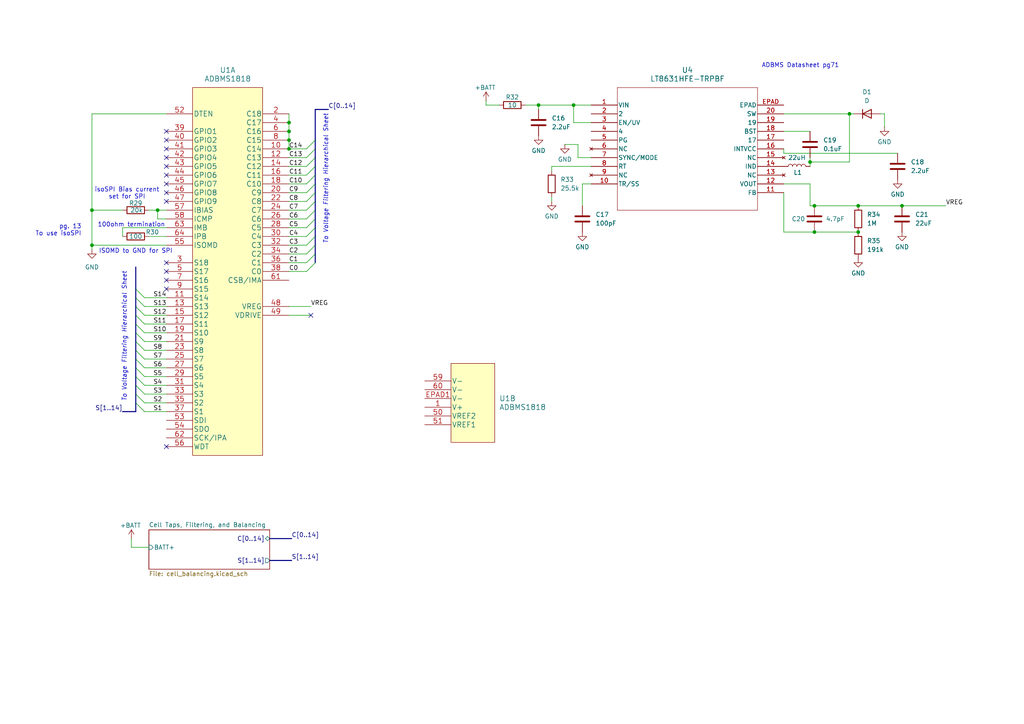
<source format=kicad_sch>
(kicad_sch (version 20250114) (generator "eeschema") (generator_version "9.0")
  (paper "A4")
  (lib_symbols
    (symbol "Device:C" (pin_numbers (hide yes)) (pin_names (offset 0.254))
      (property "Reference" "C" (at 0.635 2.54 0))
      (property "Value" "C" (at 0.635 -2.54 0))
      (symbol "C_0_1"
        (polyline (pts (xy -2.032 0.762) (xy 2.032 0.762)) (stroke (width 0.508)))
        (polyline (pts (xy -2.032 -0.762) (xy 2.032 -0.762)) (stroke (width 0.508)))
      )
      (symbol "C_1_1"
        (pin passive line (at 0 3.81 270) (length 2.794) (name "~") (number "1"))
        (pin passive line (at 0 -3.81 90) (length 2.794) (name "~") (number "2"))
      )
    )
    (symbol "Device:D" (pin_numbers (hide yes)) (pin_names (offset 1.016) (hide yes))
      (property "Reference" "D" (at 0 2.54 0))
      (property "Value" "D" (at 0 -2.54 0))
      (symbol "D_0_1"
        (polyline (pts (xy -1.27 1.27) (xy -1.27 -1.27)) (stroke (width 0.254)))
        (polyline (pts (xy 1.27 1.27) (xy 1.27 -1.27) (xy -1.27 0) (xy 1.27 1.27)) (stroke (width 0.254)))
        (polyline (pts (xy 1.27 0) (xy -1.27 0)))
      )
      (symbol "D_1_1"
        (pin passive line (at -3.81 0 0) (length 2.54) (name "K") (number "1"))
        (pin passive line (at 3.81 0 180) (length 2.54) (name "A") (number "2"))
      )
    )
    (symbol "Device:L" (pin_numbers (hide yes)) (pin_names (offset 1.016) (hide yes))
      (property "Reference" "L" (at -1.27 0 90))
      (property "Value" "L" (at 1.905 0 90))
      (symbol "L_0_1"
        (arc (start 0 2.54) (mid 0.6323 1.905) (end 0 1.27))
        (arc (start 0 1.27) (mid 0.6323 0.635) (end 0 0))
        (arc (start 0 0) (mid 0.6323 -0.635) (end 0 -1.27))
        (arc (start 0 -1.27) (mid 0.6323 -1.905) (end 0 -2.54))
      )
      (symbol "L_1_1"
        (pin passive line (at 0 3.81 270) (length 1.27) (name "1") (number "1"))
        (pin passive line (at 0 -3.81 90) (length 1.27) (name "2") (number "2"))
      )
    )
    (symbol "Device:R" (pin_numbers (hide yes)) (pin_names (offset 0))
      (property "Reference" "R" (at 2.032 0 90))
      (property "Value" "R" (at 0 0 90))
      (symbol "R_0_1"
        (rectangle (start -1.016 -2.54) (end 1.016 2.54) (stroke (width 0.254)))
      )
      (symbol "R_1_1"
        (pin passive line (at 0 3.81 270) (length 1.27) (name "~") (number "1"))
        (pin passive line (at 0 -3.81 90) (length 1.27) (name "~") (number "2"))
      )
    )
    (symbol "GND_1" (power) (pin_numbers (hide yes)) (pin_names (offset 0) (hide yes))
      (property "Value" "GND" (at 0 -3.81 0))
      (symbol "GND_1_0_1"
        (polyline (pts (xy 0 0) (xy 0 -1.27) (xy 1.27 -1.27) (xy 0 -2.54) (xy -1.27 -1.27) (xy 0 -1.27)))
      )
      (symbol "GND_1_1_1"
        (pin power_in line (at 0 0 270) (length 0) (name "~") (number "1"))
      )
    )
    (symbol "LT8631:LT8631HFE-TRPBF" (pin_names (offset 0.254))
      (property "Reference" "U" (at 27.94 10.16 0))
      (property "Value" "LT8631HFE-TRPBF" (at 27.94 7.62 0))
      (symbol "LT8631HFE-TRPBF_0_1"
        (polyline (pts (xy 7.62 5.08) (xy 7.62 -30.48)) (stroke (width 0.127)))
        (polyline (pts (xy 7.62 -30.48) (xy 48.26 -30.48)) (stroke (width 0.127)))
        (polyline (pts (xy 48.26 5.08) (xy 7.62 5.08)) (stroke (width 0.127)))
        (polyline (pts (xy 48.26 -30.48) (xy 48.26 5.08)) (stroke (width 0.127)))
        (pin unspecified line (at 0 0 0) (length 7.62) (name "VIN") (number "1"))
        (pin unspecified line (at 0 -2.54 0) (length 7.62) (name "2") (number "2"))
        (pin unspecified line (at 0 -5.08 0) (length 7.62) (name "EN/UV") (number "3"))
        (pin unspecified line (at 0 -7.62 0) (length 7.62) (name "4") (number "4"))
        (pin output line (at 0 -10.16 0) (length 7.62) (name "PG") (number "5"))
        (pin no_connect line (at 0 -12.7 0) (length 7.62) (name "NC") (number "6"))
        (pin unspecified line (at 0 -15.24 0) (length 7.62) (name "SYNC/MODE") (number "7"))
        (pin unspecified line (at 0 -17.78 0) (length 7.62) (name "RT") (number "8"))
        (pin no_connect line (at 0 -20.32 0) (length 7.62) (name "NC") (number "9"))
        (pin unspecified line (at 0 -22.86 0) (length 7.62) (name "TR/SS") (number "10"))
        (pin unspecified line (at 55.88 0 180) (length 7.62) (name "EPAD") (number "EPAD"))
        (pin output line (at 55.88 -2.54 180) (length 7.62) (name "SW") (number "20"))
        (pin unspecified line (at 55.88 -5.08 180) (length 7.62) (name "19") (number "19"))
        (pin unspecified line (at 55.88 -7.62 180) (length 7.62) (name "BST") (number "18"))
        (pin unspecified line (at 55.88 -10.16 180) (length 7.62) (name "17") (number "17"))
        (pin unspecified line (at 55.88 -12.7 180) (length 7.62) (name "INTVCC") (number "16"))
        (pin no_connect line (at 55.88 -15.24 180) (length 7.62) (name "NC") (number "15"))
        (pin input line (at 55.88 -17.78 180) (length 7.62) (name "IND") (number "14"))
        (pin no_connect line (at 55.88 -20.32 180) (length 7.62) (name "NC") (number "13"))
        (pin output line (at 55.88 -22.86 180) (length 7.62) (name "VOUT") (number "12"))
        (pin input line (at 55.88 -25.4 180) (length 7.62) (name "FB") (number "11"))
      )
    )
    (symbol "OEM:1KR" (pin_numbers (hide yes)) (pin_names (offset 0))
      (property "Reference" "R" (at 2.032 0 90))
      (property "Value" "1KR" (at 0 0 90))
      (symbol "1KR_0_1"
        (rectangle (start -1.016 -2.54) (end 1.016 2.54) (stroke (width 0.254)))
      )
      (symbol "1KR_1_1"
        (pin passive line (at 0 3.81 270) (length 1.27) (name "~") (number "1"))
        (pin passive line (at 0 -3.81 90) (length 1.27) (name "~") (number "2"))
      )
    )
    (symbol "OEM:ADBMS1818" (pin_names (offset 0.254))
      (property "Reference" "U" (at 0 44.45 0))
      (property "Value" "ADBMS1818" (at 0 41.91 0))
      (symbol "ADBMS1818_1_1"
        (rectangle (start -10.16 43.18) (end 10.16 -63.5) (fill (type background)))
        (pin unspecified line (at -17.78 35.56 0) (length 7.62) (name "DTEN") (number "52"))
        (pin unspecified line (at -17.78 30.48 0) (length 7.62) (name "GPIO1") (number "39"))
        (pin unspecified line (at -17.78 27.94 0) (length 7.62) (name "GPIO2") (number "40"))
        (pin unspecified line (at -17.78 25.4 0) (length 7.62) (name "GPIO3") (number "41"))
        (pin unspecified line (at -17.78 22.86 0) (length 7.62) (name "GPIO4") (number "42"))
        (pin unspecified line (at -17.78 20.32 0) (length 7.62) (name "GPIO5") (number "43"))
        (pin unspecified line (at -17.78 17.78 0) (length 7.62) (name "GPIO6") (number "44"))
        (pin unspecified line (at -17.78 15.24 0) (length 7.62) (name "GPIO7") (number "45"))
        (pin unspecified line (at -17.78 12.7 0) (length 7.62) (name "GPIO8") (number "46"))
        (pin unspecified line (at -17.78 10.16 0) (length 7.62) (name "GPIO9") (number "47"))
        (pin unspecified line (at -17.78 7.62 0) (length 7.62) (name "IBIAS") (number "57"))
        (pin unspecified line (at -17.78 5.08 0) (length 7.62) (name "ICMP") (number "58"))
        (pin unspecified line (at -17.78 2.54 0) (length 7.62) (name "IMB") (number "63"))
        (pin unspecified line (at -17.78 0 0) (length 7.62) (name "IPB") (number "64"))
        (pin unspecified line (at -17.78 -2.54 0) (length 7.62) (name "ISOMD") (number "55"))
        (pin unspecified line (at -17.78 -7.62 0) (length 7.62) (name "S18") (number "3"))
        (pin unspecified line (at -17.78 -10.16 0) (length 7.62) (name "S17") (number "5"))
        (pin unspecified line (at -17.78 -12.7 0) (length 7.62) (name "S16") (number "7"))
        (pin unspecified line (at -17.78 -15.24 0) (length 7.62) (name "S15") (number "9"))
        (pin unspecified line (at -17.78 -17.78 0) (length 7.62) (name "S14") (number "11"))
        (pin unspecified line (at -17.78 -20.32 0) (length 7.62) (name "S13") (number "13"))
        (pin unspecified line (at -17.78 -22.86 0) (length 7.62) (name "S12") (number "15"))
        (pin unspecified line (at -17.78 -25.4 0) (length 7.62) (name "S11") (number "17"))
        (pin unspecified line (at -17.78 -27.94 0) (length 7.62) (name "S10") (number "19"))
        (pin unspecified line (at -17.78 -30.48 0) (length 7.62) (name "S9") (number "21"))
        (pin unspecified line (at -17.78 -33.02 0) (length 7.62) (name "S8") (number "23"))
        (pin unspecified line (at -17.78 -35.56 0) (length 7.62) (name "S7") (number "25"))
        (pin unspecified line (at -17.78 -38.1 0) (length 7.62) (name "S6") (number "27"))
        (pin unspecified line (at -17.78 -40.64 0) (length 7.62) (name "S5") (number "29"))
        (pin unspecified line (at -17.78 -43.18 0) (length 7.62) (name "S4") (number "31"))
        (pin unspecified line (at -17.78 -45.72 0) (length 7.62) (name "S3") (number "33"))
        (pin unspecified line (at -17.78 -48.26 0) (length 7.62) (name "S2") (number "35"))
        (pin unspecified line (at -17.78 -50.8 0) (length 7.62) (name "S1") (number "37"))
        (pin unspecified line (at -17.78 -53.34 0) (length 7.62) (name "SDI") (number "53"))
        (pin unspecified line (at -17.78 -55.88 0) (length 7.62) (name "SDO") (number "54"))
        (pin unspecified line (at -17.78 -58.42 0) (length 7.62) (name "SCK/IPA") (number "62"))
        (pin unspecified line (at -17.78 -60.96 0) (length 7.62) (name "WDT") (number "56"))
        (pin unspecified line (at 17.78 35.56 180) (length 7.62) (name "C18") (number "2"))
        (pin unspecified line (at 17.78 33.02 180) (length 7.62) (name "C17") (number "4"))
        (pin unspecified line (at 17.78 30.48 180) (length 7.62) (name "C16") (number "6"))
        (pin unspecified line (at 17.78 27.94 180) (length 7.62) (name "C15") (number "8"))
        (pin unspecified line (at 17.78 25.4 180) (length 7.62) (name "C14") (number "10"))
        (pin unspecified line (at 17.78 22.86 180) (length 7.62) (name "C13") (number "12"))
        (pin unspecified line (at 17.78 20.32 180) (length 7.62) (name "C12") (number "14"))
        (pin unspecified line (at 17.78 17.78 180) (length 7.62) (name "C11") (number "16"))
        (pin unspecified line (at 17.78 15.24 180) (length 7.62) (name "C10") (number "18"))
        (pin unspecified line (at 17.78 12.7 180) (length 7.62) (name "C9") (number "20"))
        (pin unspecified line (at 17.78 10.16 180) (length 7.62) (name "C8") (number "22"))
        (pin unspecified line (at 17.78 7.62 180) (length 7.62) (name "C7") (number "24"))
        (pin unspecified line (at 17.78 5.08 180) (length 7.62) (name "C6") (number "26"))
        (pin unspecified line (at 17.78 2.54 180) (length 7.62) (name "C5") (number "28"))
        (pin unspecified line (at 17.78 0 180) (length 7.62) (name "C4") (number "30"))
        (pin unspecified line (at 17.78 -2.54 180) (length 7.62) (name "C3") (number "32"))
        (pin unspecified line (at 17.78 -5.08 180) (length 7.62) (name "C2") (number "34"))
        (pin unspecified line (at 17.78 -7.62 180) (length 7.62) (name "C1") (number "36"))
        (pin unspecified line (at 17.78 -10.16 180) (length 7.62) (name "C0") (number "38"))
        (pin unspecified line (at 17.78 -12.7 180) (length 7.62) (name "CSB/IMA") (number "61"))
        (pin unspecified line (at 17.78 -20.32 180) (length 7.62) (name "VREG") (number "48"))
        (pin unspecified line (at 17.78 -22.86 180) (length 7.62) (name "VDRIVE") (number "49"))
      )
      (symbol "ADBMS1818_2_1"
        (rectangle (start -6.35 10.16) (end 6.35 -12.7) (fill (type background)))
        (pin unspecified line (at -13.97 5.08 0) (length 7.62) (name "V-") (number "59"))
        (pin unspecified line (at -13.97 2.54 0) (length 7.62) (name "V-") (number "60"))
        (pin unspecified line (at -13.97 0 0) (length 7.62) (name "V-") (number "EPAD1"))
        (pin unspecified line (at -13.97 -2.54 0) (length 7.62) (name "V+") (number "1"))
        (pin unspecified line (at -13.97 -5.08 0) (length 7.62) (name "VREF2") (number "50"))
        (pin unspecified line (at -13.97 -7.62 0) (length 7.62) (name "VREF1") (number "51"))
      )
    )
    (symbol "power:+BATT" (power) (pin_numbers (hide yes)) (pin_names (offset 0) (hide yes))
      (property "Value" "+BATT" (at 0 3.556 0))
      (symbol "+BATT_0_1"
        (polyline (pts (xy -0.762 1.27) (xy 0 2.54)))
        (polyline (pts (xy 0 2.54) (xy 0.762 1.27)))
        (polyline (pts (xy 0 0) (xy 0 2.54)))
      )
      (symbol "+BATT_1_1"
        (pin power_in line (at 0 0 90) (length 0) (name "~") (number "1"))
      )
    )
    (symbol "power:GND" (power) (pin_names (offset 0))
      (property "Value" "GND" (at 0 -3.81 0))
      (symbol "GND_0_1"
        (polyline (pts (xy 0 0) (xy 0 -1.27) (xy 1.27 -1.27) (xy 0 -2.54) (xy -1.27 -1.27) (xy 0 -1.27)))
      )
      (symbol "GND_1_1"
        (pin power_in line (at 0 0 270) (length 0) (hide yes) (name "GND") (number "1"))
      )
    )
  )
  (text "100ohm termination" (at 38.1 65.278 0) (effects (font (size 1.27 1.27))))
  (text "ADBMS Datasheet pg71" (at 232.156 19.05 0) (effects (font (size 1.27 1.27))))
  (text "To Voltage Filtering Hierarchical Sheet" (at 36.83 78.74 90) (effects (font (size 1.27 1.27) (italic yes)) (justify right bottom)))
  (text "isoSPI Bias current\nset for SPI" (at 36.83 56.134 0) (effects (font (size 1.27 1.27))))
  (text "ISOMD to GND for SPI" (at 39.37 72.898 0) (effects (font (size 1.27 1.27))))
  (text "pg. 13\nTo use isoSPI" (at 23.622 68.58 0) (effects (font (size 1.27 1.27)) (justify right bottom)))
  (text "To Voltage Filtering Hierarchical Sheet" (at 95.25 33.02 90) (effects (font (size 1.27 1.27) (italic yes)) (justify right bottom)))
  (junction (at 83.82 40.64))
  (junction (at 83.82 38.1))
  (junction (at 83.82 35.56))
  (junction (at 156.21 30.48))
  (junction (at 236.22 59.69))
  (junction (at 166.37 30.48))
  (junction (at 261.62 59.69))
  (junction (at 234.95 46.99))
  (junction (at 26.67 60.96))
  (junction (at 83.82 43.18))
  (junction (at 246.38 33.02))
  (junction (at 248.92 67.31))
  (junction (at 236.22 67.31))
  (junction (at 45.72 60.96))
  (junction (at 248.92 59.69))
  (junction (at 26.67 71.12))
  (no_connect (at 48.26 50.8))
  (no_connect (at 48.26 78.74))
  (no_connect (at 48.26 83.82))
  (no_connect (at 48.26 58.42))
  (no_connect (at 48.26 40.64))
  (no_connect (at 48.26 53.34))
  (no_connect (at 48.26 38.1))
  (no_connect (at 48.26 129.54))
  (no_connect (at 48.26 76.2))
  (no_connect (at 48.26 43.18))
  (no_connect (at 48.26 55.88))
  (no_connect (at 48.26 48.26))
  (no_connect (at 48.26 81.28))
  (no_connect (at 48.26 45.72))
  (no_connect (at 90.17 91.44))
  (bus_entry (at 39.37 106.68) (size 2.54 2.54))
  (bus_entry (at 91.44 48.26) (size -2.54 2.54))
  (bus_entry (at 91.44 73.66) (size -2.54 2.54))
  (bus_entry (at 91.44 45.72) (size -2.54 2.54))
  (bus_entry (at 91.44 63.5) (size -2.54 2.54))
  (bus_entry (at 39.37 111.76) (size 2.54 2.54))
  (bus_entry (at 39.37 91.44) (size 2.54 2.54))
  (bus_entry (at 91.44 53.34) (size -2.54 2.54))
  (bus_entry (at 39.37 99.06) (size 2.54 2.54))
  (bus_entry (at 39.37 116.84) (size 2.54 2.54))
  (bus_entry (at 91.44 76.2) (size -2.54 2.54))
  (bus_entry (at 91.44 66.04) (size -2.54 2.54))
  (bus_entry (at 91.44 40.64) (size -2.54 2.54))
  (bus_entry (at 39.37 93.98) (size 2.54 2.54))
  (bus_entry (at 91.44 71.12) (size -2.54 2.54))
  (bus_entry (at 39.37 101.6) (size 2.54 2.54))
  (bus_entry (at 91.44 43.18) (size -2.54 2.54))
  (bus_entry (at 91.44 50.8) (size -2.54 2.54))
  (bus_entry (at 39.37 109.22) (size 2.54 2.54))
  (bus_entry (at 39.37 96.52) (size 2.54 2.54))
  (bus_entry (at 39.37 86.36) (size 2.54 2.54))
  (bus_entry (at 91.44 60.96) (size -2.54 2.54))
  (bus_entry (at 39.37 88.9) (size 2.54 2.54))
  (bus_entry (at 91.44 55.88) (size -2.54 2.54))
  (bus_entry (at 91.44 68.58) (size -2.54 2.54))
  (bus_entry (at 39.37 104.14) (size 2.54 2.54))
  (bus_entry (at 39.37 83.82) (size 2.54 2.54))
  (bus_entry (at 91.44 58.42) (size -2.54 2.54))
  (bus_entry (at 39.37 114.3) (size 2.54 2.54))
  (wire (pts (xy 90.17 91.44) (xy 83.82 91.44)))
  (wire (pts (xy 83.82 63.5) (xy 88.9 63.5)))
  (bus (pts (xy 91.44 55.88) (xy 91.44 58.42)))
  (wire (pts (xy 41.91 101.6) (xy 48.26 101.6)))
  (wire (pts (xy 227.33 55.88) (xy 227.33 67.31)))
  (bus (pts (xy 39.37 86.36) (xy 39.37 88.9)))
  (bus (pts (xy 91.44 58.42) (xy 91.44 60.96)))
  (wire (pts (xy 43.18 68.58) (xy 48.26 68.58)))
  (wire (pts (xy 227.33 44.45) (xy 260.35 44.45)))
  (wire (pts (xy 83.82 43.18) (xy 88.9 43.18)))
  (wire (pts (xy 234.95 46.99) (xy 246.38 46.99)))
  (bus (pts (xy 39.37 83.82) (xy 39.37 86.36)))
  (wire (pts (xy 83.82 33.02) (xy 83.82 35.56)))
  (bus (pts (xy 78.232 156.21) (xy 84.582 156.21)))
  (bus (pts (xy 39.37 96.52) (xy 39.37 99.06)))
  (wire (pts (xy 35.56 66.04) (xy 48.26 66.04)))
  (bus (pts (xy 39.37 88.9) (xy 39.37 91.44)))
  (wire (pts (xy 256.54 33.02) (xy 255.27 33.02)))
  (wire (pts (xy 227.33 53.34) (xy 234.95 53.34)))
  (wire (pts (xy 227.33 44.45) (xy 227.33 43.18)))
  (bus (pts (xy 91.44 45.72) (xy 91.44 48.26)))
  (wire (pts (xy 256.54 36.83) (xy 256.54 33.02)))
  (wire (pts (xy 48.26 63.5) (xy 45.72 63.5)))
  (wire (pts (xy 227.33 33.02) (xy 246.38 33.02)))
  (wire (pts (xy 83.82 71.12) (xy 88.9 71.12)))
  (bus (pts (xy 91.44 40.64) (xy 91.44 43.18)))
  (wire (pts (xy 171.45 30.48) (xy 166.37 30.48)))
  (wire (pts (xy 166.37 30.48) (xy 156.21 30.48)))
  (wire (pts (xy 83.82 78.74) (xy 88.9 78.74)))
  (wire (pts (xy 234.95 53.34) (xy 234.95 59.69)))
  (bus (pts (xy 91.44 43.18) (xy 91.44 45.72)))
  (wire (pts (xy 166.37 30.48) (xy 166.37 35.56)))
  (wire (pts (xy 227.33 67.31) (xy 236.22 67.31)))
  (wire (pts (xy 41.91 93.98) (xy 48.26 93.98)))
  (wire (pts (xy 160.02 48.26) (xy 160.02 49.53)))
  (wire (pts (xy 41.91 96.52) (xy 48.26 96.52)))
  (wire (pts (xy 234.95 45.72) (xy 234.95 46.99)))
  (wire (pts (xy 83.82 76.2) (xy 88.9 76.2)))
  (wire (pts (xy 41.91 119.38) (xy 48.26 119.38)))
  (bus (pts (xy 39.37 114.3) (xy 39.37 116.84)))
  (bus (pts (xy 91.44 31.75) (xy 91.44 40.64)))
  (wire (pts (xy 144.78 30.48) (xy 140.97 30.48)))
  (bus (pts (xy 39.37 91.44) (xy 39.37 93.98)))
  (wire (pts (xy 152.4 30.48) (xy 156.21 30.48)))
  (bus (pts (xy 39.37 109.22) (xy 39.37 111.76)))
  (bus (pts (xy 39.37 111.76) (xy 39.37 114.3)))
  (bus (pts (xy 91.44 63.5) (xy 91.44 66.04)))
  (wire (pts (xy 83.82 40.64) (xy 83.82 43.18)))
  (wire (pts (xy 38.1 158.75) (xy 38.1 156.21)))
  (wire (pts (xy 41.91 88.9) (xy 48.26 88.9)))
  (wire (pts (xy 45.72 63.5) (xy 45.72 60.96)))
  (bus (pts (xy 91.44 73.66) (xy 91.44 76.2)))
  (wire (pts (xy 90.17 88.9) (xy 83.82 88.9)))
  (wire (pts (xy 41.91 106.68) (xy 48.26 106.68)))
  (wire (pts (xy 26.67 33.02) (xy 48.26 33.02)))
  (wire (pts (xy 83.82 48.26) (xy 88.9 48.26)))
  (wire (pts (xy 156.21 31.75) (xy 156.21 30.48)))
  (bus (pts (xy 91.44 60.96) (xy 91.44 63.5)))
  (bus (pts (xy 91.44 50.8) (xy 91.44 53.34)))
  (bus (pts (xy 39.37 101.6) (xy 39.37 104.14)))
  (wire (pts (xy 248.92 59.69) (xy 261.62 59.69)))
  (wire (pts (xy 234.95 46.99) (xy 234.95 48.26)))
  (wire (pts (xy 167.64 41.91) (xy 167.64 45.72)))
  (bus (pts (xy 39.37 99.06) (xy 39.37 101.6)))
  (wire (pts (xy 83.82 38.1) (xy 83.82 40.64)))
  (wire (pts (xy 83.82 35.56) (xy 83.82 38.1)))
  (wire (pts (xy 168.91 53.34) (xy 171.45 53.34)))
  (wire (pts (xy 83.82 66.04) (xy 88.9 66.04)))
  (wire (pts (xy 26.67 33.02) (xy 26.67 60.96)))
  (bus (pts (xy 91.44 66.04) (xy 91.44 68.58)))
  (bus (pts (xy 39.37 93.98) (xy 39.37 96.52)))
  (wire (pts (xy 41.91 114.3) (xy 48.26 114.3)))
  (wire (pts (xy 167.64 45.72) (xy 171.45 45.72)))
  (wire (pts (xy 26.67 71.12) (xy 26.67 72.39)))
  (bus (pts (xy 39.37 104.14) (xy 39.37 106.68)))
  (bus (pts (xy 91.44 71.12) (xy 91.44 73.66)))
  (wire (pts (xy 83.82 45.72) (xy 88.9 45.72)))
  (wire (pts (xy 45.72 60.96) (xy 48.26 60.96)))
  (bus (pts (xy 91.44 68.58) (xy 91.44 71.12)))
  (bus (pts (xy 91.44 48.26) (xy 91.44 50.8)))
  (wire (pts (xy 236.22 59.69) (xy 248.92 59.69)))
  (wire (pts (xy 41.91 111.76) (xy 48.26 111.76)))
  (wire (pts (xy 140.97 30.48) (xy 140.97 29.21)))
  (wire (pts (xy 43.18 158.75) (xy 38.1 158.75)))
  (wire (pts (xy 83.82 58.42) (xy 88.9 58.42)))
  (wire (pts (xy 43.18 60.96) (xy 45.72 60.96)))
  (wire (pts (xy 26.67 60.96) (xy 26.67 71.12)))
  (wire (pts (xy 234.95 59.69) (xy 236.22 59.69)))
  (wire (pts (xy 83.82 50.8) (xy 88.9 50.8)))
  (wire (pts (xy 160.02 57.15) (xy 160.02 58.42)))
  (wire (pts (xy 248.92 67.31) (xy 236.22 67.31)))
  (wire (pts (xy 83.82 68.58) (xy 88.9 68.58)))
  (wire (pts (xy 35.56 68.58) (xy 35.56 66.04)))
  (wire (pts (xy 41.91 109.22) (xy 48.26 109.22)))
  (wire (pts (xy 171.45 48.26) (xy 160.02 48.26)))
  (wire (pts (xy 261.62 59.69) (xy 274.32 59.69)))
  (wire (pts (xy 168.91 59.69) (xy 168.91 53.34)))
  (bus (pts (xy 91.44 53.34) (xy 91.44 55.88)))
  (wire (pts (xy 83.82 60.96) (xy 88.9 60.96)))
  (bus (pts (xy 95.25 31.75) (xy 91.44 31.75)))
  (wire (pts (xy 41.91 91.44) (xy 48.26 91.44)))
  (wire (pts (xy 171.45 35.56) (xy 166.37 35.56)))
  (wire (pts (xy 246.38 33.02) (xy 246.38 46.99)))
  (wire (pts (xy 26.67 60.96) (xy 35.56 60.96)))
  (wire (pts (xy 227.33 38.1) (xy 234.95 38.1)))
  (wire (pts (xy 41.91 104.14) (xy 48.26 104.14)))
  (wire (pts (xy 163.83 41.91) (xy 167.64 41.91)))
  (bus (pts (xy 39.37 106.68) (xy 39.37 109.22)))
  (bus (pts (xy 39.37 119.38) (xy 39.37 116.84)))
  (wire (pts (xy 83.82 53.34) (xy 88.9 53.34)))
  (bus (pts (xy 39.37 77.47) (xy 39.37 83.82)))
  (wire (pts (xy 41.91 116.84) (xy 48.26 116.84)))
  (bus (pts (xy 78.232 162.56) (xy 84.582 162.56)))
  (wire (pts (xy 83.82 73.66) (xy 88.9 73.66)))
  (bus (pts (xy 35.56 119.38) (xy 39.37 119.38)))
  (wire (pts (xy 41.91 86.36) (xy 48.26 86.36)))
  (wire (pts (xy 246.38 33.02) (xy 247.65 33.02)))
  (wire (pts (xy 26.67 71.12) (xy 48.26 71.12)))
  (wire (pts (xy 41.91 99.06) (xy 48.26 99.06)))
  (wire (pts (xy 83.82 55.88) (xy 88.9 55.88)))
  (label "S7" (at 44.45 104.14 0))
  (label "C14" (at 83.82 43.18 0))
  (label "C[0..14]" (at 84.582 156.21 0))
  (label "VREG" (at 90.17 88.9 0))
  (label "C9" (at 83.82 55.88 0))
  (label "S10" (at 44.45 96.52 0))
  (label "S2" (at 44.45 116.84 0))
  (label "S3" (at 44.45 114.3 0))
  (label "S1" (at 44.45 119.38 0))
  (label "C1" (at 83.82 76.2 0))
  (label "C6" (at 83.82 63.5 0))
  (label "C12" (at 83.82 48.26 0))
  (label "C13" (at 83.82 45.72 0))
  (label "S6" (at 44.45 106.68 0))
  (label "S12" (at 44.45 91.44 0))
  (label "C3" (at 83.82 71.12 0))
  (label "S4" (at 44.45 111.76 0))
  (label "C2" (at 83.82 73.66 0))
  (label "S[1..14]" (at 35.56 119.38 180))
  (label "S8" (at 44.45 101.6 0))
  (label "C4" (at 83.82 68.58 0))
  (label "VREG" (at 274.32 59.69 0))
  (label "C8" (at 83.82 58.42 0))
  (label "C5" (at 83.82 66.04 0))
  (label "C10" (at 83.82 53.34 0))
  (label "S14" (at 44.45 86.36 0))
  (label "C0" (at 83.82 78.74 0))
  (label "S13" (at 44.45 88.9 0))
  (label "S5" (at 44.45 109.22 0))
  (label "C11" (at 83.82 50.8 0))
  (label "C7" (at 83.82 60.96 0))
  (label "S9" (at 44.45 99.06 0))
  (label "C[0..14]" (at 95.25 31.75 0))
  (label "S11" (at 44.45 93.98 0))
  (label "S[1..14]" (at 84.582 162.56 0))
  (symbol (lib_id "Device:C") (at 236.22 63.5 0) (unit 1)
    (property "Reference" "C20" (at 229.616 63.5 0) (effects (justify left)))
    (property "Value" "4.7pF" (at 239.522 63.5 0) (effects (justify left)))
    (property "Description" "Unpolarized capacitor" (effects (hide yes)))
  )
  (symbol (lib_id "Device:R") (at 148.59 30.48 270) (unit 1)
    (property "Reference" "R32" (at 148.59 28.194 90))
    (property "Value" "10" (at 148.59 30.48 90))
    (property "Description" "Resistor" (effects (hide yes)))
  )
  (symbol (lib_id "Device:C") (at 260.35 48.26 0) (unit 1)
    (property "Reference" "C18" (at 264.16 46.9899 0) (effects (justify left)))
    (property "Value" "2.2uF" (at 264.16 49.5299 0) (effects (justify left)))
    (property "Description" "Unpolarized capacitor" (effects (hide yes)))
  )
  (symbol (lib_id "OEM:1KR") (at 39.37 60.96 90) (unit 1)
    (property "Reference" "R29" (at 39.37 58.928 90))
    (property "Value" "20k" (at 39.624 60.96 90))
    (property "Footprint" "OEM:R_0603_1608Metric" (effects (hide yes)))
    (property "Datasheet" "${OEM_DIR}/parts/datasheets/stackpole_RMCF_RMCP.pdf" (effects (hide yes)))
    (property "MFN" "Stackpole Electronics" (effects (hide yes)))
    (property "MPN" "RMCF0603FT1K00" (effects (hide yes)))
    (property "DKPN" "RMCF0603FT1K00TR-ND" (effects (hide yes)))
    (property "NewDesigns" "YES" (effects (hide yes)))
    (property "Stocked" "Reel" (effects (hide yes)))
    (property "Package" "0603" (effects (hide yes)))
    (property "Style" "SMD" (effects (hide yes)))
  )
  (symbol (lib_id "Device:C") (at 234.95 41.91 0) (unit 1)
    (property "Reference" "C19" (at 238.76 40.6399 0) (effects (justify left)))
    (property "Value" "0.1uF" (at 238.76 43.1799 0) (effects (justify left)))
    (property "Description" "Unpolarized capacitor" (effects (hide yes)))
  )
  (symbol (lib_name "GND_1") (lib_id "power:GND") (at 261.62 67.31 0) (unit 1)
    (property "Reference" "#PWR011" (effects (hide yes)))
    (property "Value" "GND" (at 261.62 71.628 0))
    (property "Description" "Power symbol creates a global label with name \"GND\" , ground" (effects (hide yes)))
  )
  (symbol (lib_id "Device:R") (at 248.92 71.12 0) (unit 1)
    (property "Reference" "R35" (at 251.46 69.8499 0) (effects (justify left)))
    (property "Value" "191k" (at 251.46 72.3899 0) (effects (justify left)))
    (property "Description" "Resistor" (effects (hide yes)))
  )
  (symbol (lib_id "Device:R") (at 248.92 63.5 0) (unit 1)
    (property "Reference" "R34" (at 251.46 62.2299 0) (effects (justify left)))
    (property "Value" "1M" (at 251.46 64.7699 0) (effects (justify left)))
    (property "Description" "Resistor" (effects (hide yes)))
  )
  (symbol (lib_id "Device:L") (at 231.14 48.26 90) (unit 1)
    (property "Reference" "L1" (at 231.394 50.038 90))
    (property "Value" "22uH" (at 231.14 45.72 90))
    (property "Description" "Inductor" (effects (hide yes)))
  )
  (symbol (lib_id "power:+BATT") (at 140.97 29.21 0) (unit 1)
    (property "Reference" "#PWR050" (effects (hide yes)))
    (property "Value" "+BATT" (at 140.716 25.4 0))
    (property "Description" "Power symbol creates a global label with name \"+BATT\"" (effects (hide yes)))
  )
  (symbol (lib_id "OEM:ADBMS1818") (at 66.04 68.58 0) (unit 1)
    (property "Reference" "U1" (at 66.04 20.32 0) (effects (font (size 1.524 1.524))))
    (property "Value" "ADBMS1818" (at 66.04 22.86 0) (effects (font (size 1.524 1.524))))
    (property "Footprint" "footprints:LQFP-64-1EP_12x12_P0.5" (effects (hide yes)))
    (property "Datasheet" "https://www.analog.com/media/en/technical-documentation/data-sheets/adbms1818.pdf" (effects (hide yes)))
    (property "Description" "18-Cell Battery Monitor with Daisy Chain Interface" (effects (hide yes)))
  )
  (symbol (lib_id "OEM:1KR") (at 39.37 68.58 90) (unit 1)
    (property "Reference" "R30" (at 44.196 67.31 90))
    (property "Value" "100" (at 39.37 68.58 90))
    (property "Footprint" "OEM:R_0603_1608Metric" (effects (hide yes)))
    (property "Datasheet" "${OEM_DIR}/parts/datasheets/stackpole_RMCF_RMCP.pdf" (effects (hide yes)))
    (property "MFN" "Stackpole Electronics" (effects (hide yes)))
    (property "MPN" "RMCF0603FT1K00" (effects (hide yes)))
    (property "DKPN" "RMCF0603FT1K00TR-ND" (effects (hide yes)))
    (property "NewDesigns" "YES" (effects (hide yes)))
    (property "Stocked" "Reel" (effects (hide yes)))
    (property "Package" "0603" (effects (hide yes)))
    (property "Style" "SMD" (effects (hide yes)))
  )
  (symbol (lib_name "GND_1") (lib_id "power:GND") (at 163.83 41.91 0) (unit 1)
    (property "Reference" "#PWR07" (effects (hide yes)))
    (property "Value" "GND" (at 163.83 46.228 0))
    (property "Description" "Power symbol creates a global label with name \"GND\" , ground" (effects (hide yes)))
  )
  (symbol (lib_id "Device:R") (at 160.02 53.34 0) (unit 1)
    (property "Reference" "R33" (at 162.56 52.0699 0) (effects (justify left)))
    (property "Value" "25.5k" (at 162.56 54.6099 0) (effects (justify left)))
    (property "Description" "Resistor" (effects (hide yes)))
  )
  (symbol (lib_id "Device:C") (at 156.21 35.56 0) (unit 1)
    (property "Reference" "C16" (at 160.02 34.2899 0) (effects (justify left)))
    (property "Value" "2.2uF" (at 160.02 36.8299 0) (effects (justify left)))
    (property "Description" "Unpolarized capacitor" (effects (hide yes)))
  )
  (symbol (lib_name "GND_1") (lib_id "power:GND") (at 160.02 58.42 0) (unit 1)
    (property "Reference" "#PWR09" (effects (hide yes)))
    (property "Value" "GND" (at 160.02 62.738 0))
    (property "Description" "Power symbol creates a global label with name \"GND\" , ground" (effects (hide yes)))
  )
  (symbol (lib_id "LT8631:LT8631HFE-TRPBF") (at 171.45 30.48 0) (unit 1)
    (property "Reference" "U4" (at 199.39 20.32 0) (effects (font (size 1.524 1.524))))
    (property "Value" "LT8631HFE-TRPBF" (at 199.39 22.86 0) (effects (font (size 1.524 1.524))))
    (property "Footprint" "TSSOP-20_FE/CB_LIT" (effects (hide yes)))
    (property "Datasheet" "https://www.analog.com/media/en/technical-documentation/data-sheets/lt8631.pdf" (effects (hide yes)))
  )
  (symbol (lib_id "power:GND") (at 26.67 72.39 0) (unit 1)
    (property "Reference" "#PWR0112" (effects (hide yes)))
    (property "Value" "GND" (at 26.67 77.47 0))
  )
  (symbol (lib_name "GND_1") (lib_id "power:GND") (at 168.91 67.31 0) (unit 1)
    (property "Reference" "#PWR08" (effects (hide yes)))
    (property "Value" "GND" (at 168.91 71.628 0))
    (property "Description" "Power symbol creates a global label with name \"GND\" , ground" (effects (hide yes)))
  )
  (symbol (lib_id "power:+BATT") (at 38.1 156.21 0) (unit 1)
    (property "Reference" "#PWR049" (effects (hide yes)))
    (property "Value" "+BATT" (at 37.846 152.4 0))
    (property "Description" "Power symbol creates a global label with name \"+BATT\"" (effects (hide yes)))
  )
  (symbol (lib_name "GND_1") (lib_id "power:GND") (at 260.35 52.07 0) (unit 1)
    (property "Reference" "#PWR010" (effects (hide yes)))
    (property "Value" "GND" (at 260.35 56.388 0))
    (property "Description" "Power symbol creates a global label with name \"GND\" , ground" (effects (hide yes)))
  )
  (symbol (lib_name "GND_1") (lib_id "power:GND") (at 156.21 39.37 0) (unit 1)
    (property "Reference" "#PWR06" (effects (hide yes)))
    (property "Value" "GND" (at 156.21 43.688 0))
    (property "Description" "Power symbol creates a global label with name \"GND\" , ground" (effects (hide yes)))
  )
  (symbol (lib_name "GND_1") (lib_id "power:GND") (at 248.92 74.93 0) (unit 1)
    (property "Reference" "#PWR012" (effects (hide yes)))
    (property "Value" "GND" (at 248.92 79.248 0))
    (property "Description" "Power symbol creates a global label with name \"GND\" , ground" (effects (hide yes)))
  )
  (symbol (lib_id "Device:C") (at 168.91 63.5 0) (unit 1)
    (property "Reference" "C17" (at 172.72 62.2299 0) (effects (justify left)))
    (property "Value" "100pF" (at 172.72 64.7699 0) (effects (justify left)))
    (property "Description" "Unpolarized capacitor" (effects (hide yes)))
  )
  (symbol (lib_name "GND_1") (lib_id "power:GND") (at 256.54 36.83 0) (unit 1)
    (property "Reference" "#PWR013" (effects (hide yes)))
    (property "Value" "GND" (at 256.54 41.148 0))
    (property "Description" "Power symbol creates a global label with name \"GND\" , ground" (effects (hide yes)))
  )
  (symbol (lib_id "Device:C") (at 261.62 63.5 0) (unit 1)
    (property "Reference" "C21" (at 265.43 62.2299 0) (effects (justify left)))
    (property "Value" "22uF" (at 265.43 64.7699 0) (effects (justify left)))
    (property "Description" "Unpolarized capacitor" (effects (hide yes)))
  )
  (symbol (lib_id "Device:D") (at 251.46 33.02 0) (unit 1)
    (property "Reference" "D1" (at 251.46 26.67 0))
    (property "Value" "D" (at 251.46 29.21 0))
    (property "Description" "Diode" (effects (hide yes)))
    (property "Sim.Device" "D" (effects (hide yes)))
    (property "Sim.Pins" "1=K 2=A" (effects (hide yes)))
  )
  (symbol (lib_id "OEM:ADBMS1818") (at 137.16 115.57 0) (unit 2)
    (property "Reference" "U1" (at 144.78 115.5699 0) (effects (font (size 1.524 1.524)) (justify left)))
    (property "Value" "ADBMS1818" (at 144.78 118.1099 0) (effects (font (size 1.524 1.524)) (justify left)))
    (property "Footprint" "footprints:LQFP-64-1EP_12x12_P0.5" (effects (hide yes)))
    (property "Datasheet" "https://www.analog.com/media/en/technical-documentation/data-sheets/adbms1818.pdf" (effects (hide yes)))
    (property "Description" "18-Cell Battery Monitor with Daisy Chain Interface" (effects (hide yes)))
  )
  (sheet (at 43.18 153.67) (size 35.052 11.43) (stroke (width 0.1524))
    (property "Sheetname" "Cell Taps, Filtering, and Balancing" (at 43.18 152.9584 0) (effects (justify left bottom)))
    (property "Sheetfile" "cell_balancing.kicad_sch" (at 43.18 165.6846 0) (effects (justify left top)))
    (pin "C[0..14]" bidirectional (at 78.232 156.21 0))
    (pin "S[1..14]" output (at 78.232 162.56 0))
    (pin "BATT+" input (at 43.18 158.75 180))
  )
)
</source>
